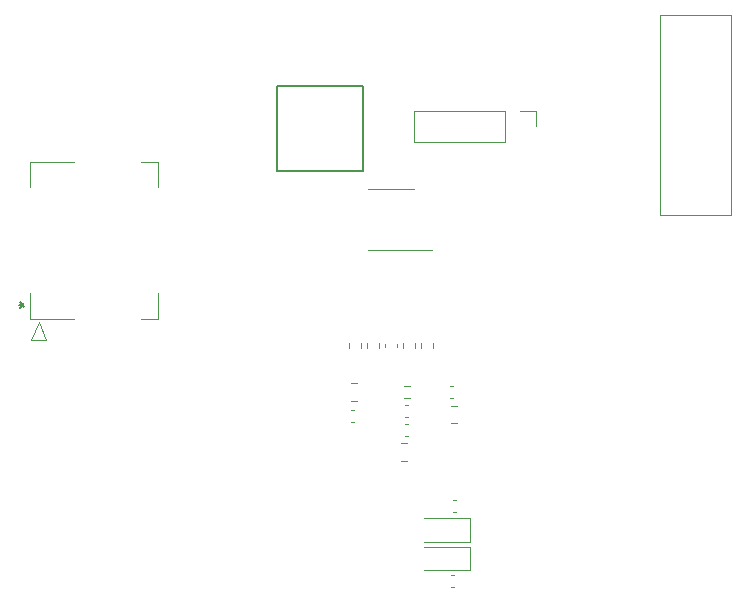
<source format=gto>
%TF.GenerationSoftware,KiCad,Pcbnew,(6.0.0)*%
%TF.CreationDate,2022-02-12T14:45:39+08:00*%
%TF.ProjectId,SX7H02050048,53583748-3032-4303-9530-3034382e6b69,rev?*%
%TF.SameCoordinates,PX59a5380PY6d321a0*%
%TF.FileFunction,Legend,Top*%
%TF.FilePolarity,Positive*%
%FSLAX46Y46*%
G04 Gerber Fmt 4.6, Leading zero omitted, Abs format (unit mm)*
G04 Created by KiCad (PCBNEW (6.0.0)) date 2022-02-12 14:45:39*
%MOMM*%
%LPD*%
G01*
G04 APERTURE LIST*
%ADD10C,0.150000*%
%ADD11C,0.120000*%
G04 APERTURE END LIST*
D10*
X22332000Y46047000D02*
X29571000Y46047000D01*
X29571000Y46047000D02*
X29571000Y38808000D01*
X29571000Y38808000D02*
X22332000Y38808000D01*
X22332000Y38808000D02*
X22332000Y46047000D01*
%TO.C,J2*%
X448380Y27505000D02*
X686476Y27505000D01*
X591238Y27266905D02*
X686476Y27505000D01*
X591238Y27743096D01*
X876952Y27362143D02*
X686476Y27505000D01*
X876952Y27647858D01*
D11*
%TO.C,C121*%
X33426580Y16411760D02*
X33145420Y16411760D01*
X33426580Y17431760D02*
X33145420Y17431760D01*
%TO.C,C118*%
X36957420Y20610760D02*
X37238580Y20610760D01*
X36957420Y19590760D02*
X37238580Y19590760D01*
%TO.C,U103*%
X31984000Y32184000D02*
X35434000Y32184000D01*
X31984000Y37304000D02*
X30034000Y37304000D01*
X31984000Y37304000D02*
X33934000Y37304000D01*
X31984000Y32184000D02*
X30034000Y32184000D01*
%TO.C,R110*%
X29937500Y24313258D02*
X29937500Y23838742D01*
X30982500Y24313258D02*
X30982500Y23838742D01*
%TO.C,C136*%
X37458580Y10997000D02*
X37177420Y10997000D01*
X37458580Y9977000D02*
X37177420Y9977000D01*
%TO.C,J101*%
X33946000Y43948000D02*
X33946000Y41288000D01*
X44226000Y43948000D02*
X44226000Y42618000D01*
X41626000Y43948000D02*
X41626000Y41288000D01*
X42896000Y43948000D02*
X44226000Y43948000D01*
X41626000Y43948000D02*
X33946000Y43948000D01*
X41626000Y41288000D02*
X33946000Y41288000D01*
%TO.C,C113*%
X28541420Y17597000D02*
X28822580Y17597000D01*
X28541420Y18617000D02*
X28822580Y18617000D01*
%TO.C,C119*%
X33327252Y15794000D02*
X32804748Y15794000D01*
X33327252Y14324000D02*
X32804748Y14324000D01*
%TO.C,R119*%
X28413500Y24313258D02*
X28413500Y23838742D01*
X29458500Y24313258D02*
X29458500Y23838742D01*
%TO.C,C122*%
X32494000Y24216580D02*
X32494000Y23935420D01*
X31474000Y24216580D02*
X31474000Y23935420D01*
%TO.C,D106*%
X38679000Y5042000D02*
X38679000Y7042000D01*
X38679000Y7042000D02*
X34779000Y7042000D01*
X38679000Y5042000D02*
X34779000Y5042000D01*
%TO.C,C135*%
X37331580Y3627000D02*
X37050420Y3627000D01*
X37331580Y4647000D02*
X37050420Y4647000D01*
%TO.C,J1*%
X60750000Y52050000D02*
X60750000Y35150000D01*
X54750000Y52050000D02*
X54750000Y35150000D01*
X54750000Y52050000D02*
X60750000Y52050000D01*
X54750000Y35150000D02*
X60750000Y35150000D01*
%TO.C,R116*%
X32985500Y23838742D02*
X32985500Y24313258D01*
X34030500Y23838742D02*
X34030500Y24313258D01*
%TO.C,D107*%
X38679000Y7455000D02*
X34779000Y7455000D01*
X38679000Y7455000D02*
X38679000Y9455000D01*
X38679000Y9455000D02*
X34779000Y9455000D01*
%TO.C,C116*%
X28547748Y19404000D02*
X29070252Y19404000D01*
X28547748Y20874000D02*
X29070252Y20874000D01*
%TO.C,L103*%
X33557258Y19616500D02*
X33082742Y19616500D01*
X33557258Y20661500D02*
X33082742Y20661500D01*
%TO.C,J2*%
X1413001Y28513460D02*
X1413001Y26333513D01*
X12262999Y39633487D02*
X10783055Y39633487D01*
X2773001Y24555513D02*
X1503001Y24555513D01*
X12262999Y37453540D02*
X12262999Y39633487D01*
X10783055Y26333513D02*
X12262999Y26333513D01*
X1413001Y26333513D02*
X5092975Y26333513D01*
X1413001Y39633487D02*
X1413001Y37453540D01*
X2138001Y26079513D02*
X2773001Y24555513D01*
X1503001Y24555513D02*
X2138001Y26079513D01*
X12262999Y26333513D02*
X12262999Y28513460D01*
X5092975Y39633487D02*
X1413001Y39633487D01*
%TO.C,C117*%
X37056748Y18969000D02*
X37579252Y18969000D01*
X37056748Y17499000D02*
X37579252Y17499000D01*
%TO.C,R109*%
X35554500Y23838742D02*
X35554500Y24313258D01*
X34509500Y23838742D02*
X34509500Y24313258D01*
%TO.C,C120*%
X33426580Y17978000D02*
X33145420Y17978000D01*
X33426580Y18998000D02*
X33145420Y18998000D01*
%TD*%
M02*

</source>
